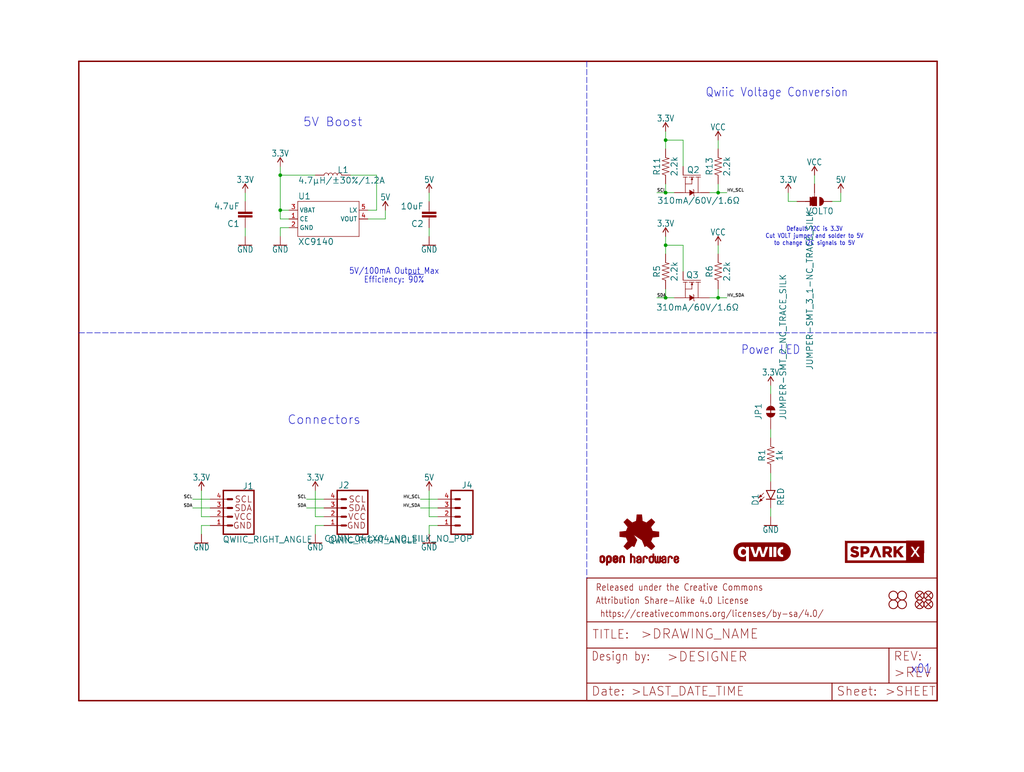
<source format=kicad_sch>
(kicad_sch (version 20211123) (generator eeschema)
  (paper "User" 297.002 223.926)
  (lib_symbols
    (symbol "eagleSchem-eagle-import:10UF-0603-6.3V-20%"
      (property "Reference" "C" (at 1.524 2.921 0))
      (property "Value" "10UF-0603-6.3V-20%" (at 1.524 -2.159 0))
      (symbol "10UF-0603-6.3V-20%_1_0"
        (pin passive line (at 0 5.08 270) (length 2.54) (name "1") (number "1"))
        (pin passive line (at 0 -2.54 90) (length 2.54) (name "2") (number "2"))
      )
    )
    (symbol "eagleSchem-eagle-import:1KOHM-0603-1{slash}10W-1%"
      (property "Reference" "R" (at 0 1.524 0))
      (property "Value" "1KOHM-0603-1{slash}10W-1%" (at 0 -1.524 0))
      (symbol "1KOHM-0603-1{slash}10W-1%_1_0"
        (pin passive line (at -5.08 0 0) (length 2.54) (name "1") (number "1"))
        (pin passive line (at 5.08 0 180) (length 2.54) (name "2") (number "2"))
      )
    )
    (symbol "eagleSchem-eagle-import:2.2KOHM-0603-1{slash}10W-1%"
      (property "Reference" "R" (at 0 1.524 0))
      (property "Value" "2.2KOHM-0603-1{slash}10W-1%" (at 0 -1.524 0))
      (symbol "2.2KOHM-0603-1{slash}10W-1%_1_0"
        (pin passive line (at -5.08 0 0) (length 2.54) (name "1") (number "1"))
        (pin passive line (at 5.08 0 180) (length 2.54) (name "2") (number "2"))
      )
    )
    (symbol "eagleSchem-eagle-import:3.3V" (power)
      (property "Value" "3.3V" (at 0 2.794 0))
      (symbol "3.3V_1_0"
        (pin power_in line (at 0 0 90) (length 2.54) (name "3.3V") (number "1"))
      )
    )
    (symbol "eagleSchem-eagle-import:4.7UF-0603-6.3V-(10%)"
      (property "Reference" "C" (at 1.524 2.921 0))
      (property "Value" "4.7UF-0603-6.3V-(10%)" (at 1.524 -2.159 0))
      (symbol "4.7UF-0603-6.3V-(10%)_1_0"
        (pin passive line (at 0 5.08 270) (length 2.54) (name "1") (number "1"))
        (pin passive line (at 0 -2.54 90) (length 2.54) (name "2") (number "2"))
      )
    )
    (symbol "eagleSchem-eagle-import:5V" (power)
      (property "Value" "5V" (at 0 2.794 0))
      (symbol "5V_1_0"
        (pin power_in line (at 0 0 90) (length 2.54) (name "5V") (number "1"))
      )
    )
    (symbol "eagleSchem-eagle-import:CONN_041X04_NO_SILK_NO_POP"
      (property "Reference" "J" (at -5.08 8.128 0))
      (property "Value" "CONN_041X04_NO_SILK_NO_POP" (at -5.08 -7.366 0))
      (symbol "CONN_041X04_NO_SILK_NO_POP_1_0"
        (pin passive line (at 5.08 -2.54 180) (length 5.08) (name "1") (number "1"))
        (pin passive line (at 5.08 0 180) (length 5.08) (name "2") (number "2"))
        (pin passive line (at 5.08 2.54 180) (length 5.08) (name "3") (number "3"))
        (pin passive line (at 5.08 5.08 180) (length 5.08) (name "4") (number "4"))
      )
    )
    (symbol "eagleSchem-eagle-import:FIDUCIAL1X2")
    (symbol "eagleSchem-eagle-import:FRAME-LETTER"
      (symbol "FRAME-LETTER_2_0"
        (text " https://creativecommons.org/licenses/by-sa/4.0/" (at 2.54 24.13 0) (effects (font (size 1.9304 1.6408)) (justify left bottom)))
        (text ">DESIGNER" (at 23.114 11.176 0) (effects (font (size 2.7432 2.7432)) (justify left bottom)))
        (text ">DRAWING_NAME" (at 15.494 17.78 0) (effects (font (size 2.7432 2.7432)) (justify left bottom)))
        (text ">LAST_DATE_TIME" (at 12.7 1.27 0) (effects (font (size 2.54 2.54)) (justify left bottom)))
        (text ">REV" (at 88.9 6.604 0) (effects (font (size 2.7432 2.7432)) (justify left bottom)))
        (text ">SHEET" (at 86.36 1.27 0) (effects (font (size 2.54 2.54)) (justify left bottom)))
        (text "Attribution Share-Alike 4.0 License" (at 2.54 27.94 0) (effects (font (size 1.9304 1.6408)) (justify left bottom)))
        (text "Date:" (at 1.27 1.27 0) (effects (font (size 2.54 2.54)) (justify left bottom)))
        (text "Design by:" (at 1.27 11.43 0) (effects (font (size 2.54 2.159)) (justify left bottom)))
        (text "Released under the Creative Commons" (at 2.54 31.75 0) (effects (font (size 1.9304 1.6408)) (justify left bottom)))
        (text "REV:" (at 88.9 11.43 0) (effects (font (size 2.54 2.54)) (justify left bottom)))
        (text "Sheet:" (at 72.39 1.27 0) (effects (font (size 2.54 2.54)) (justify left bottom)))
        (text "TITLE:" (at 1.524 17.78 0) (effects (font (size 2.54 2.54)) (justify left bottom)))
      )
    )
    (symbol "eagleSchem-eagle-import:GND" (power)
      (property "Value" "GND" (at 0 -0.254 0))
      (symbol "GND_1_0"
        (pin power_in line (at 0 2.54 270) (length 2.54) (name "GND") (number "1"))
      )
    )
    (symbol "eagleSchem-eagle-import:INDUCTOR-CDRH-4.7UH"
      (property "Reference" "L" (at 1.27 2.54 0))
      (property "Value" "INDUCTOR-CDRH-4.7UH" (at 1.27 -2.54 0))
      (symbol "INDUCTOR-CDRH-4.7UH_1_0"
        (pin passive line (at 0 5.08 270) (length 2.54) (name "1") (number "P$1"))
        (pin passive line (at 0 -5.08 90) (length 2.54) (name "2") (number "P$2"))
      )
    )
    (symbol "eagleSchem-eagle-import:JUMPER-SMT_2_NC_TRACE_SILK"
      (property "Reference" "JP" (at -2.54 2.54 0))
      (property "Value" "JUMPER-SMT_2_NC_TRACE_SILK" (at -2.54 -2.54 0))
      (symbol "JUMPER-SMT_2_NC_TRACE_SILK_1_0"
        (pin passive line (at -5.08 0 0) (length 2.54) (name "1") (number "1"))
        (pin passive line (at 5.08 0 180) (length 2.54) (name "2") (number "2"))
      )
    )
    (symbol "eagleSchem-eagle-import:JUMPER-SMT_3_1-NC_TRACE_SILK"
      (property "Reference" "JP" (at 2.54 0.381 0))
      (property "Value" "JUMPER-SMT_3_1-NC_TRACE_SILK" (at 2.54 -0.381 0))
      (symbol "JUMPER-SMT_3_1-NC_TRACE_SILK_1_0"
        (pin passive line (at 0 5.08 270) (length 2.54) (name "1") (number "1"))
        (pin passive line (at -5.08 0 0) (length 2.54) (name "2") (number "2"))
        (pin passive line (at 0 -5.08 90) (length 2.54) (name "3") (number "3"))
      )
    )
    (symbol "eagleSchem-eagle-import:LED-RED0603"
      (property "Reference" "D" (at -3.429 -4.572 90))
      (property "Value" "LED-RED0603" (at 1.905 -4.572 90))
      (symbol "LED-RED0603_1_0"
        (pin passive line (at 0 2.54 270) (length 2.54) (name "A") (number "A"))
        (pin passive line (at 0 -5.08 90) (length 2.54) (name "C") (number "C"))
      )
    )
    (symbol "eagleSchem-eagle-import:MOSFET-NCH-2N7002PW"
      (property "Reference" "Q" (at 5.08 0 0))
      (property "Value" "MOSFET-NCH-2N7002PW" (at 5.08 -2.54 0))
      (symbol "MOSFET-NCH-2N7002PW_1_0"
        (pin bidirectional line (at -5.08 -2.54 0) (length 2.54) (name "G") (number "1"))
        (pin bidirectional line (at 2.54 -5.08 90) (length 2.54) (name "S") (number "2"))
        (pin bidirectional line (at 2.54 5.08 270) (length 2.54) (name "D") (number "3"))
      )
    )
    (symbol "eagleSchem-eagle-import:OSHW-LOGOMINI")
    (symbol "eagleSchem-eagle-import:QWIIC_CONNECTORJS-1MM"
      (property "Reference" "J" (at -5.08 7.874 0))
      (property "Value" "QWIIC_CONNECTORJS-1MM" (at -5.08 -5.334 0))
      (symbol "QWIIC_CONNECTORJS-1MM_1_0"
        (text "GND" (at -4.572 -2.54 0) (effects (font (size 1.778 1.778)) (justify left)))
        (text "SCL" (at -4.572 5.08 0) (effects (font (size 1.778 1.778)) (justify left)))
        (text "SDA" (at -4.572 2.54 0) (effects (font (size 1.778 1.778)) (justify left)))
        (text "VCC" (at -4.572 0 0) (effects (font (size 1.778 1.778)) (justify left)))
        (pin power_in line (at 7.62 -2.54 180) (length 5.08) (name "1") (number "1"))
        (pin power_in line (at 7.62 0 180) (length 5.08) (name "2") (number "2"))
        (pin passive line (at 7.62 2.54 180) (length 5.08) (name "3") (number "3"))
        (pin passive line (at 7.62 5.08 180) (length 5.08) (name "4") (number "4"))
      )
    )
    (symbol "eagleSchem-eagle-import:QWIIC_LOGO_CONNECTOR")
    (symbol "eagleSchem-eagle-import:SPARKX-LOGO4")
    (symbol "eagleSchem-eagle-import:STAND-OFF")
    (symbol "eagleSchem-eagle-import:VCC" (power)
      (property "Value" "VCC" (at 0 2.794 0))
      (symbol "VCC_1_0"
        (pin power_in line (at 0 0 90) (length 2.54) (name "VCC") (number "1"))
      )
    )
    (symbol "eagleSchem-eagle-import:XC9140"
      (property "Reference" "U" (at -7.62 5.588 0))
      (property "Value" "XC9140" (at -7.62 -7.62 0))
      (symbol "XC9140_1_0"
        (pin input line (at -10.16 0 0) (length 2.54) (name "CE") (number "1"))
        (pin power_in line (at -10.16 -2.54 0) (length 2.54) (name "GND") (number "2"))
        (pin power_in line (at -10.16 2.54 0) (length 2.54) (name "VBAT") (number "3"))
        (pin output line (at 12.7 0 180) (length 2.54) (name "VOUT") (number "4"))
        (pin input line (at 12.7 2.54 180) (length 2.54) (name "LX") (number "5"))
      )
    )
  )
  (junction (at 193.04 71.12))
  (junction (at 208.28 86.36))
  (junction (at 81.28 60.96))
  (junction (at 81.28 50.8))
  (junction (at 193.04 86.36))
  (junction (at 208.28 55.88))
  (junction (at 193.04 40.64))
  (junction (at 193.04 55.88))
  (wire (pts (xy 208.28 86.36) (xy 210.82 86.36)))
  (wire (pts (xy 198.12 40.64) (xy 193.04 40.64)))
  (polyline (pts (xy 22.86 96.52) (xy 170.18 96.52)))
  (wire (pts (xy 60.96 144.78) (xy 55.88 144.78)))
  (wire (pts (xy 241.3 58.42) (xy 243.84 58.42)))
  (wire (pts (xy 93.98 147.32) (xy 88.9 147.32)))
  (wire (pts (xy 243.84 58.42) (xy 243.84 55.88)))
  (wire (pts (xy 193.04 43.18) (xy 193.04 40.64)))
  (wire (pts (xy 193.04 86.36) (xy 193.04 83.82)))
  (wire (pts (xy 223.52 149.86) (xy 223.52 147.32)))
  (wire (pts (xy 106.68 63.5) (xy 111.76 63.5)))
  (wire (pts (xy 93.98 149.86) (xy 91.44 149.86)))
  (wire (pts (xy 124.46 149.86) (xy 124.46 142.24)))
  (wire (pts (xy 127 152.4) (xy 124.46 152.4)))
  (wire (pts (xy 223.52 124.46) (xy 223.52 127)))
  (wire (pts (xy 208.28 55.88) (xy 210.82 55.88)))
  (wire (pts (xy 193.04 86.36) (xy 190.5 86.36)))
  (polyline (pts (xy 170.18 96.52) (xy 271.78 96.52)))
  (wire (pts (xy 71.12 58.42) (xy 71.12 55.88)))
  (wire (pts (xy 60.96 152.4) (xy 58.42 152.4)))
  (wire (pts (xy 83.82 63.5) (xy 81.28 63.5)))
  (wire (pts (xy 60.96 149.86) (xy 58.42 149.86)))
  (wire (pts (xy 58.42 149.86) (xy 58.42 142.24)))
  (wire (pts (xy 83.82 60.96) (xy 81.28 60.96)))
  (wire (pts (xy 71.12 68.58) (xy 71.12 66.04)))
  (wire (pts (xy 205.74 55.88) (xy 208.28 55.88)))
  (wire (pts (xy 121.92 147.32) (xy 127 147.32)))
  (wire (pts (xy 109.22 50.8) (xy 109.22 60.96)))
  (wire (pts (xy 81.28 60.96) (xy 81.28 63.5)))
  (wire (pts (xy 124.46 58.42) (xy 124.46 55.88)))
  (wire (pts (xy 223.52 139.7) (xy 223.52 137.16)))
  (wire (pts (xy 91.44 152.4) (xy 91.44 154.94)))
  (wire (pts (xy 81.28 60.96) (xy 81.28 50.8)))
  (wire (pts (xy 193.04 40.64) (xy 193.04 38.1)))
  (wire (pts (xy 208.28 73.66) (xy 208.28 71.12)))
  (wire (pts (xy 109.22 60.96) (xy 106.68 60.96)))
  (wire (pts (xy 193.04 71.12) (xy 193.04 68.58)))
  (wire (pts (xy 81.28 66.04) (xy 81.28 68.58)))
  (polyline (pts (xy 170.18 96.52) (xy 170.18 167.64)))
  (wire (pts (xy 93.98 152.4) (xy 91.44 152.4)))
  (wire (pts (xy 91.44 149.86) (xy 91.44 142.24)))
  (wire (pts (xy 124.46 152.4) (xy 124.46 154.94)))
  (wire (pts (xy 60.96 147.32) (xy 55.88 147.32)))
  (wire (pts (xy 127 149.86) (xy 124.46 149.86)))
  (wire (pts (xy 208.28 43.18) (xy 208.28 40.64)))
  (wire (pts (xy 208.28 53.34) (xy 208.28 55.88)))
  (wire (pts (xy 198.12 71.12) (xy 193.04 71.12)))
  (wire (pts (xy 198.12 71.12) (xy 198.12 78.74)))
  (wire (pts (xy 58.42 152.4) (xy 58.42 154.94)))
  (wire (pts (xy 193.04 86.36) (xy 195.58 86.36)))
  (polyline (pts (xy 170.18 17.78) (xy 170.18 96.52)))
  (wire (pts (xy 193.04 55.88) (xy 193.04 53.34)))
  (wire (pts (xy 83.82 66.04) (xy 81.28 66.04)))
  (wire (pts (xy 91.44 50.8) (xy 81.28 50.8)))
  (wire (pts (xy 198.12 40.64) (xy 198.12 48.26)))
  (wire (pts (xy 81.28 50.8) (xy 81.28 48.26)))
  (wire (pts (xy 124.46 66.04) (xy 124.46 68.58)))
  (wire (pts (xy 93.98 144.78) (xy 88.9 144.78)))
  (wire (pts (xy 236.22 53.34) (xy 236.22 50.8)))
  (wire (pts (xy 127 144.78) (xy 121.92 144.78)))
  (wire (pts (xy 223.52 111.76) (xy 223.52 114.3)))
  (wire (pts (xy 208.28 83.82) (xy 208.28 86.36)))
  (wire (pts (xy 111.76 63.5) (xy 111.76 60.96)))
  (wire (pts (xy 193.04 55.88) (xy 195.58 55.88)))
  (wire (pts (xy 193.04 55.88) (xy 190.5 55.88)))
  (wire (pts (xy 101.6 50.8) (xy 109.22 50.8)))
  (wire (pts (xy 231.14 58.42) (xy 228.6 58.42)))
  (wire (pts (xy 205.74 86.36) (xy 208.28 86.36)))
  (wire (pts (xy 228.6 58.42) (xy 228.6 55.88)))
  (wire (pts (xy 193.04 73.66) (xy 193.04 71.12)))
  (text "5V/100mA Output Max" (at 114.3 78.74 180) (effects (font (size 1.778 1.5113))))
  (text "Connectors" (at 93.98 121.92 180) (effects (font (size 2.54 2.54))))
  (text "Qwiic Voltage Conversion" (at 225.298 26.924 180) (effects (font (size 2.54 2.159))))
  (text "5V Boost" (at 96.52 35.56 180) (effects (font (size 2.54 2.54))))
  (text "Default: I2C is 3.3V\nCut VOLT jumper and solder to 5V\nto change I2C signals to 5V" (at 236.22 68.58 0) (effects (font (size 1.27 1.0795))))
  (text "Efficiency: ~{90%}" (at 114.3 81.28 180) (effects (font (size 1.778 1.5113))))
  (text "Power LED" (at 223.52 101.6 180) (effects (font (size 2.54 2.159))))
  (text "x01" (at 264.16 195.58 180) (effects (font (size 2.54 2.159)) (justify left bottom)))
  (label "HV_SCL" (at 210.82 55.88 0) (effects (font (size 0.889 0.889))))
  (label "HV_SDA" (at 121.92 147.32 180) (effects (font (size 0.889 0.889))))
  (label "SDA" (at 190.5 86.36 0) (effects (font (size 0.889 0.889))))
  (label "SDA" (at 55.88 147.32 180) (effects (font (size 0.889 0.889))))
  (label "SDA" (at 88.9 147.32 180) (effects (font (size 0.889 0.889))))
  (label "SCL" (at 55.88 144.78 180) (effects (font (size 0.889 0.889))))
  (label "SCL" (at 190.5 55.88 0) (effects (font (size 0.889 0.889))))
  (label "HV_SDA" (at 210.82 86.36 0) (effects (font (size 0.889 0.889))))
  (label "HV_SCL" (at 121.92 144.78 180) (effects (font (size 0.889 0.889))))
  (label "SCL" (at 88.9 144.78 180) (effects (font (size 0.889 0.889))))
  (symbol (lib_id "eagleSchem-eagle-import:2.2KOHM-0603-1{slash}10W-1%") (at 193.04 48.26 90) (unit 1)
    (property "Reference" "R11" (at 191.516 48.26 0) (effects (font (size 1.778 1.778)) (justify bottom)))
    (property "Value" "2.2k" (at 194.564 48.26 0) (effects (font (size 1.778 1.778)) (justify top)))
    (property "Footprint" "eagleSchem:0603" (effects hide))
  )
  (symbol (lib_id "eagleSchem-eagle-import:FRAME-LETTER") (at 170.18 203.2 0) (unit 2)
    (property "Reference" "FRAME1" (effects hide))
    (property "Value" "FRAME-LETTER" (effects hide))
    (property "Footprint" "eagleSchem:CREATIVE_COMMONS" (effects hide))
  )
  (symbol (lib_id "eagleSchem-eagle-import:3.3V") (at 193.04 38.1 0) (mirror y) (unit 1)
    (property "Reference" "#SUPPLY10" (effects hide))
    (property "Value" "3.3V" (at 193.04 35.306 0) (effects (font (size 1.778 1.5113)) (justify bottom)))
    (property "Footprint" "eagleSchem:" (effects hide))
  )
  (symbol (lib_id "eagleSchem-eagle-import:QWIIC_CONNECTORJS-1MM") (at 101.6 149.86 0) (mirror y) (unit 1)
    (property "Reference" "J2" (at 98.044 141.732 0) (effects (font (size 1.778 1.778)) (justify right bottom)))
    (property "Value" "QWIIC_RIGHT_ANGLE" (at 94.996 155.702 0) (effects (font (size 1.778 1.778)) (justify right top)))
    (property "Footprint" "eagleSchem:JST04_1MM_RA" (effects hide))
  )
  (symbol (lib_id "eagleSchem-eagle-import:STAND-OFF") (at 259.08 175.26 0) (unit 1)
    (property "Reference" "H3" (effects hide))
    (property "Value" "STAND-OFF" (effects hide))
    (property "Footprint" "eagleSchem:STAND-OFF" (effects hide))
  )
  (symbol (lib_id "eagleSchem-eagle-import:GND") (at 223.52 152.4 0) (unit 1)
    (property "Reference" "#GND8" (effects hide))
    (property "Value" "GND" (at 223.52 152.654 0) (effects (font (size 1.778 1.5113)) (justify top)))
    (property "Footprint" "eagleSchem:" (effects hide))
  )
  (symbol (lib_id "eagleSchem-eagle-import:GND") (at 91.44 157.48 0) (unit 1)
    (property "Reference" "#GND3" (effects hide))
    (property "Value" "GND" (at 91.44 157.734 0) (effects (font (size 1.778 1.5113)) (justify top)))
    (property "Footprint" "eagleSchem:" (effects hide))
  )
  (symbol (lib_id "eagleSchem-eagle-import:FRAME-LETTER") (at 22.86 203.2 0) (unit 1)
    (property "Reference" "FRAME1" (effects hide))
    (property "Value" "FRAME-LETTER" (effects hide))
    (property "Footprint" "eagleSchem:CREATIVE_COMMONS" (effects hide))
  )
  (symbol (lib_id "eagleSchem-eagle-import:MOSFET-NCH-2N7002PW") (at 200.66 53.34 270) (unit 1)
    (property "Reference" "Q2" (at 199.136 50.292 90) (effects (font (size 1.778 1.778)) (justify left bottom)))
    (property "Value" "310mA/60V/1.6Ω" (at 190.5 59.182 90) (effects (font (size 1.778 1.778)) (justify left bottom)))
    (property "Footprint" "eagleSchem:SOT323" (effects hide))
  )
  (symbol (lib_id "eagleSchem-eagle-import:5V") (at 111.76 60.96 0) (unit 1)
    (property "Reference" "#SUPPLY6" (effects hide))
    (property "Value" "5V" (at 111.76 58.166 0) (effects (font (size 1.778 1.5113)) (justify bottom)))
    (property "Footprint" "eagleSchem:" (effects hide))
  )
  (symbol (lib_id "eagleSchem-eagle-import:GND") (at 71.12 71.12 0) (unit 1)
    (property "Reference" "#GND5" (effects hide))
    (property "Value" "GND" (at 71.12 71.374 0) (effects (font (size 1.778 1.5113)) (justify top)))
    (property "Footprint" "eagleSchem:" (effects hide))
  )
  (symbol (lib_id "eagleSchem-eagle-import:GND") (at 124.46 157.48 0) (unit 1)
    (property "Reference" "#GND4" (effects hide))
    (property "Value" "GND" (at 124.46 157.734 0) (effects (font (size 1.778 1.5113)) (justify top)))
    (property "Footprint" "eagleSchem:" (effects hide))
  )
  (symbol (lib_id "eagleSchem-eagle-import:MOSFET-NCH-2N7002PW") (at 200.66 83.82 270) (unit 1)
    (property "Reference" "Q3" (at 198.882 80.772 90) (effects (font (size 1.778 1.778)) (justify left bottom)))
    (property "Value" "310mA/60V/1.6Ω" (at 190.246 90.17 90) (effects (font (size 1.778 1.778)) (justify left bottom)))
    (property "Footprint" "eagleSchem:SOT323" (effects hide))
  )
  (symbol (lib_id "eagleSchem-eagle-import:3.3V") (at 193.04 68.58 0) (mirror y) (unit 1)
    (property "Reference" "#SUPPLY7" (effects hide))
    (property "Value" "3.3V" (at 193.04 65.786 0) (effects (font (size 1.778 1.5113)) (justify bottom)))
    (property "Footprint" "eagleSchem:" (effects hide))
  )
  (symbol (lib_id "eagleSchem-eagle-import:1KOHM-0603-1{slash}10W-1%") (at 223.52 132.08 90) (unit 1)
    (property "Reference" "R1" (at 221.996 132.08 0) (effects (font (size 1.778 1.778)) (justify bottom)))
    (property "Value" "1k" (at 225.044 132.08 0) (effects (font (size 1.778 1.778)) (justify top)))
    (property "Footprint" "eagleSchem:0603" (effects hide))
  )
  (symbol (lib_id "eagleSchem-eagle-import:STAND-OFF") (at 261.62 175.26 0) (unit 1)
    (property "Reference" "H4" (effects hide))
    (property "Value" "STAND-OFF" (effects hide))
    (property "Footprint" "eagleSchem:STAND-OFF" (effects hide))
  )
  (symbol (lib_id "eagleSchem-eagle-import:QWIIC_CONNECTORJS-1MM") (at 68.58 149.86 0) (mirror y) (unit 1)
    (property "Reference" "J1" (at 73.66 141.986 0) (effects (font (size 1.778 1.778)) (justify left bottom)))
    (property "Value" "QWIIC_RIGHT_ANGLE" (at 64.516 157.48 0) (effects (font (size 1.778 1.778)) (justify right bottom)))
    (property "Footprint" "eagleSchem:JST04_1MM_RA" (effects hide))
  )
  (symbol (lib_id "eagleSchem-eagle-import:FIDUCIAL1X2") (at 269.24 175.26 0) (unit 1)
    (property "Reference" "FD4" (effects hide))
    (property "Value" "FIDUCIAL1X2" (effects hide))
    (property "Footprint" "eagleSchem:FIDUCIAL-1X2" (effects hide))
  )
  (symbol (lib_id "eagleSchem-eagle-import:GND") (at 81.28 71.12 0) (mirror y) (unit 1)
    (property "Reference" "#GND1" (effects hide))
    (property "Value" "GND" (at 81.28 71.374 0) (effects (font (size 1.778 1.5113)) (justify top)))
    (property "Footprint" "eagleSchem:" (effects hide))
  )
  (symbol (lib_id "eagleSchem-eagle-import:GND") (at 58.42 157.48 0) (unit 1)
    (property "Reference" "#GND2" (effects hide))
    (property "Value" "GND" (at 58.42 157.734 0) (effects (font (size 1.778 1.5113)) (justify top)))
    (property "Footprint" "eagleSchem:" (effects hide))
  )
  (symbol (lib_id "eagleSchem-eagle-import:XC9140") (at 93.98 63.5 0) (unit 1)
    (property "Reference" "U1" (at 86.36 57.912 0) (effects (font (size 1.778 1.778)) (justify left bottom)))
    (property "Value" "XC9140" (at 86.36 71.12 0) (effects (font (size 1.778 1.778)) (justify left bottom)))
    (property "Footprint" "eagleSchem:SOT23-5" (effects hide))
  )
  (symbol (lib_id "eagleSchem-eagle-import:3.3V") (at 223.52 111.76 0) (unit 1)
    (property "Reference" "#SUPPLY11" (effects hide))
    (property "Value" "3.3V" (at 223.52 108.966 0) (effects (font (size 1.778 1.5113)) (justify bottom)))
    (property "Footprint" "eagleSchem:" (effects hide))
  )
  (symbol (lib_id "eagleSchem-eagle-import:4.7UF-0603-6.3V-(10%)") (at 71.12 60.96 180) (unit 1)
    (property "Reference" "C1" (at 69.596 63.881 0) (effects (font (size 1.778 1.778)) (justify left bottom)))
    (property "Value" "4.7uF" (at 69.596 58.801 0) (effects (font (size 1.778 1.778)) (justify left bottom)))
    (property "Footprint" "eagleSchem:0603" (effects hide))
  )
  (symbol (lib_id "eagleSchem-eagle-import:JUMPER-SMT_2_NC_TRACE_SILK") (at 223.52 119.38 90) (unit 1)
    (property "Reference" "JP1" (at 220.98 121.92 0) (effects (font (size 1.778 1.778)) (justify left bottom)))
    (property "Value" "JUMPER-SMT_2_NC_TRACE_SILK" (at 226.06 121.92 0) (effects (font (size 1.778 1.778)) (justify left top)))
    (property "Footprint" "eagleSchem:SMT-JUMPER_2_NC_TRACE_SILK" (effects hide))
  )
  (symbol (lib_id "eagleSchem-eagle-import:5V") (at 243.84 55.88 0) (unit 1)
    (property "Reference" "#SUPPLY15" (effects hide))
    (property "Value" "5V" (at 243.84 53.086 0) (effects (font (size 1.778 1.5113)) (justify bottom)))
    (property "Footprint" "eagleSchem:" (effects hide))
  )
  (symbol (lib_id "eagleSchem-eagle-import:FIDUCIAL1X2") (at 266.7 175.26 0) (unit 1)
    (property "Reference" "FD3" (effects hide))
    (property "Value" "FIDUCIAL1X2" (effects hide))
    (property "Footprint" "eagleSchem:FIDUCIAL-1X2" (effects hide))
  )
  (symbol (lib_id "eagleSchem-eagle-import:VCC") (at 208.28 40.64 0) (unit 1)
    (property "Reference" "#SUPPLY16" (effects hide))
    (property "Value" "VCC" (at 208.28 37.846 0) (effects (font (size 1.778 1.5113)) (justify bottom)))
    (property "Footprint" "eagleSchem:" (effects hide))
  )
  (symbol (lib_id "eagleSchem-eagle-import:SPARKX-LOGO4") (at 256.54 160.02 0) (unit 1)
    (property "Reference" "U$8" (effects hide))
    (property "Value" "SPARKX-LOGO4" (effects hide))
    (property "Footprint" "eagleSchem:SPARKX-MEDIUM" (effects hide))
  )
  (symbol (lib_id "eagleSchem-eagle-import:2.2KOHM-0603-1{slash}10W-1%") (at 208.28 78.74 90) (unit 1)
    (property "Reference" "R6" (at 206.756 78.74 0) (effects (font (size 1.778 1.778)) (justify bottom)))
    (property "Value" "2.2k" (at 209.804 78.74 0) (effects (font (size 1.778 1.778)) (justify top)))
    (property "Footprint" "eagleSchem:0603" (effects hide))
  )
  (symbol (lib_id "eagleSchem-eagle-import:5V") (at 124.46 55.88 0) (unit 1)
    (property "Reference" "#SUPPLY8" (effects hide))
    (property "Value" "5V" (at 124.46 53.086 0) (effects (font (size 1.778 1.5113)) (justify bottom)))
    (property "Footprint" "eagleSchem:" (effects hide))
  )
  (symbol (lib_id "eagleSchem-eagle-import:VCC") (at 208.28 71.12 0) (unit 1)
    (property "Reference" "#SUPPLY17" (effects hide))
    (property "Value" "VCC" (at 208.28 68.326 0) (effects (font (size 1.778 1.5113)) (justify bottom)))
    (property "Footprint" "eagleSchem:" (effects hide))
  )
  (symbol (lib_id "eagleSchem-eagle-import:2.2KOHM-0603-1{slash}10W-1%") (at 208.28 48.26 90) (unit 1)
    (property "Reference" "R13" (at 206.756 48.26 0) (effects (font (size 1.778 1.778)) (justify bottom)))
    (property "Value" "2.2k" (at 209.804 48.26 0) (effects (font (size 1.778 1.778)) (justify top)))
    (property "Footprint" "eagleSchem:0603" (effects hide))
  )
  (symbol (lib_id "eagleSchem-eagle-import:3.3V") (at 91.44 142.24 0) (unit 1)
    (property "Reference" "#SUPPLY2" (effects hide))
    (property "Value" "3.3V" (at 91.44 139.446 0) (effects (font (size 1.778 1.5113)) (justify bottom)))
    (property "Footprint" "eagleSchem:" (effects hide))
  )
  (symbol (lib_id "eagleSchem-eagle-import:OSHW-LOGOMINI") (at 185.42 154.94 0) (unit 1)
    (property "Reference" "LOGO2" (effects hide))
    (property "Value" "OSHW-LOGOMINI" (effects hide))
    (property "Footprint" "eagleSchem:OSHW-LOGO-MINI" (effects hide))
  )
  (symbol (lib_id "eagleSchem-eagle-import:5V") (at 124.46 142.24 0) (unit 1)
    (property "Reference" "#SUPPLY4" (effects hide))
    (property "Value" "5V" (at 124.46 139.446 0) (effects (font (size 1.778 1.5113)) (justify bottom)))
    (property "Footprint" "eagleSchem:" (effects hide))
  )
  (symbol (lib_id "eagleSchem-eagle-import:LED-RED0603") (at 223.52 142.24 0) (unit 1)
    (property "Reference" "D1" (at 220.091 146.812 90) (effects (font (size 1.778 1.778)) (justify left bottom)))
    (property "Value" "RED" (at 225.425 146.812 90) (effects (font (size 1.778 1.778)) (justify left top)))
    (property "Footprint" "eagleSchem:LED-0603" (effects hide))
  )
  (symbol (lib_id "eagleSchem-eagle-import:INDUCTOR-CDRH-4.7UH") (at 96.52 50.8 270) (mirror x) (unit 1)
    (property "Reference" "L1" (at 97.79 48.26 90) (effects (font (size 1.778 1.778)) (justify left bottom)))
    (property "Value" "4.7µH/±30%/1.2A" (at 86.36 53.34 90) (effects (font (size 1.778 1.778)) (justify left top)))
    (property "Footprint" "eagleSchem:INDUCTOR_4.7UH" (effects hide))
  )
  (symbol (lib_id "eagleSchem-eagle-import:GND") (at 124.46 71.12 0) (unit 1)
    (property "Reference" "#GND7" (effects hide))
    (property "Value" "GND" (at 124.46 71.374 0) (effects (font (size 1.778 1.5113)) (justify top)))
    (property "Footprint" "eagleSchem:" (effects hide))
  )
  (symbol (lib_id "eagleSchem-eagle-import:10UF-0603-6.3V-20%") (at 124.46 60.96 180) (unit 1)
    (property "Reference" "C2" (at 122.936 63.881 0) (effects (font (size 1.778 1.778)) (justify left bottom)))
    (property "Value" "10uF" (at 122.936 58.801 0) (effects (font (size 1.778 1.778)) (justify left bottom)))
    (property "Footprint" "eagleSchem:0603" (effects hide))
  )
  (symbol (lib_id "eagleSchem-eagle-import:CONN_041X04_NO_SILK_NO_POP") (at 132.08 149.86 0) (mirror y) (unit 1)
    (property "Reference" "J4" (at 137.16 141.732 0) (effects (font (size 1.778 1.778)) (justify left bottom)))
    (property "Value" "CONN_041X04_NO_SILK_NO_POP" (at 137.16 157.226 0) (effects (font (size 1.778 1.778)) (justify left bottom)))
    (property "Footprint" "eagleSchem:1X04_NO_SILK" (effects hide))
  )
  (symbol (lib_id "eagleSchem-eagle-import:3.3V") (at 81.28 48.26 0) (unit 1)
    (property "Reference" "#SUPPLY9" (effects hide))
    (property "Value" "3.3V" (at 81.28 45.466 0) (effects (font (size 1.778 1.5113)) (justify bottom)))
    (property "Footprint" "eagleSchem:" (effects hide))
  )
  (symbol (lib_id "eagleSchem-eagle-import:3.3V") (at 58.42 142.24 0) (unit 1)
    (property "Reference" "#SUPPLY1" (effects hide))
    (property "Value" "3.3V" (at 58.42 139.446 0) (effects (font (size 1.778 1.5113)) (justify bottom)))
    (property "Footprint" "eagleSchem:" (effects hide))
  )
  (symbol (lib_id "eagleSchem-eagle-import:2.2KOHM-0603-1{slash}10W-1%") (at 193.04 78.74 90) (unit 1)
    (property "Reference" "R5" (at 191.516 78.74 0) (effects (font (size 1.778 1.778)) (justify bottom)))
    (property "Value" "2.2k" (at 194.564 78.74 0) (effects (font (size 1.778 1.778)) (justify top)))
    (property "Footprint" "eagleSchem:0603" (effects hide))
  )
  (symbol (lib_id "eagleSchem-eagle-import:FIDUCIAL1X2") (at 269.24 172.72 0) (unit 1)
    (property "Reference" "FD1" (effects hide))
    (property "Value" "FIDUCIAL1X2" (effects hide))
    (property "Footprint" "eagleSchem:FIDUCIAL-1X2" (effects hide))
  )
  (symbol (lib_id "eagleSchem-eagle-import:VCC") (at 236.22 50.8 0) (unit 1)
    (property "Reference" "#SUPPLY5" (effects hide))
    (property "Value" "VCC" (at 236.22 48.006 0) (effects (font (size 1.778 1.5113)) (justify bottom)))
    (property "Footprint" "eagleSchem:" (effects hide))
  )
  (symbol (lib_id "eagleSchem-eagle-import:STAND-OFF") (at 259.08 172.72 0) (unit 1)
    (property "Reference" "H1" (effects hide))
    (property "Value" "STAND-OFF" (effects hide))
    (property "Footprint" "eagleSchem:STAND-OFF" (effects hide))
  )
  (symbol (lib_id "eagleSchem-eagle-import:STAND-OFF") (at 261.62 172.72 0) (unit 1)
    (property "Reference" "H2" (effects hide))
    (property "Value" "STAND-OFF" (effects hide))
    (property "Footprint" "eagleSchem:STAND-OFF" (effects hide))
  )
  (symbol (lib_id "eagleSchem-eagle-import:JUMPER-SMT_3_1-NC_TRACE_SILK") (at 236.22 58.42 270) (unit 1)
    (property "Reference" "VOLT0" (at 233.68 62.23 90) (effects (font (size 1.778 1.778)) (justify left bottom)))
    (property "Value" "JUMPER-SMT_3_1-NC_TRACE_SILK" (at 235.839 60.96 0) (effects (font (size 1.778 1.778)) (justify left top)))
    (property "Footprint" "eagleSchem:SMT-JUMPER_3_1-NC_TRACE_SILK" (effects hide))
  )
  (symbol (lib_id "eagleSchem-eagle-import:3.3V") (at 228.6 55.88 0) (mirror y) (unit 1)
    (property "Reference" "#SUPPLY13" (effects hide))
    (property "Value" "3.3V" (at 228.6 53.086 0) (effects (font (size 1.778 1.5113)) (justify bottom)))
    (property "Footprint" "eagleSchem:" (effects hide))
  )
  (symbol (lib_id "eagleSchem-eagle-import:3.3V") (at 71.12 55.88 0) (unit 1)
    (property "Reference" "#SUPPLY3" (effects hide))
    (property "Value" "3.3V" (at 71.12 53.086 0) (effects (font (size 1.778 1.5113)) (justify bottom)))
    (property "Footprint" "eagleSchem:" (effects hide))
  )
  (symbol (lib_id "eagleSchem-eagle-import:QWIIC_LOGO_CONNECTOR") (at 220.98 160.02 0) (unit 1)
    (property "Reference" "LOGO1" (effects hide))
    (property "Value" "QWIIC_LOGO_CONNECTOR" (effects hide))
    (property "Footprint" "eagleSchem:QWIIC_5.5MM" (effects hide))
  )
  (symbol (lib_id "eagleSchem-eagle-import:FIDUCIAL1X2") (at 266.7 172.72 0) (unit 1)
    (property "Reference" "FD2" (effects hide))
    (property "Value" "FIDUCIAL1X2" (effects hide))
    (property "Footprint" "eagleSchem:FIDUCIAL-1X2" (effects hide))
  )
)
</source>
